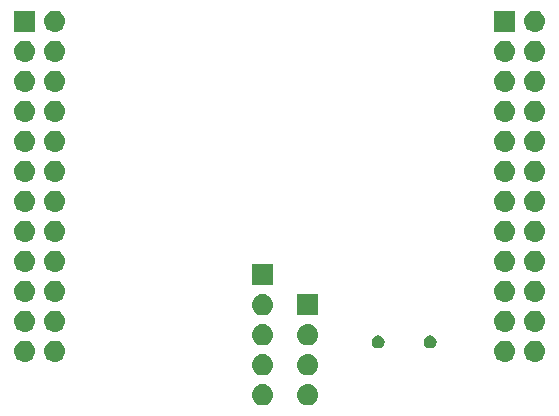
<source format=gbr>
G04 #@! TF.GenerationSoftware,KiCad,Pcbnew,(5.1.0)-1*
G04 #@! TF.CreationDate,2020-09-16T11:17:04+02:00*
G04 #@! TF.ProjectId,Nand Lite,4e616e64-204c-4697-9465-2e6b69636164,rev?*
G04 #@! TF.SameCoordinates,Original*
G04 #@! TF.FileFunction,Soldermask,Bot*
G04 #@! TF.FilePolarity,Negative*
%FSLAX46Y46*%
G04 Gerber Fmt 4.6, Leading zero omitted, Abs format (unit mm)*
G04 Created by KiCad (PCBNEW (5.1.0)-1) date 2020-09-16 11:17:04*
%MOMM*%
%LPD*%
G04 APERTURE LIST*
%ADD10C,0.100000*%
G04 APERTURE END LIST*
D10*
G36*
X43072042Y-80738618D02*
G01*
X43138227Y-80745137D01*
X43308066Y-80796657D01*
X43464591Y-80880322D01*
X43500329Y-80909652D01*
X43601786Y-80992914D01*
X43685048Y-81094371D01*
X43714378Y-81130109D01*
X43798043Y-81286634D01*
X43849563Y-81456473D01*
X43866959Y-81633100D01*
X43849563Y-81809727D01*
X43798043Y-81979566D01*
X43714378Y-82136091D01*
X43685048Y-82171829D01*
X43601786Y-82273286D01*
X43500329Y-82356548D01*
X43464591Y-82385878D01*
X43308066Y-82469543D01*
X43138227Y-82521063D01*
X43072042Y-82527582D01*
X43005860Y-82534100D01*
X42917340Y-82534100D01*
X42851158Y-82527582D01*
X42784973Y-82521063D01*
X42615134Y-82469543D01*
X42458609Y-82385878D01*
X42422871Y-82356548D01*
X42321414Y-82273286D01*
X42238152Y-82171829D01*
X42208822Y-82136091D01*
X42125157Y-81979566D01*
X42073637Y-81809727D01*
X42056241Y-81633100D01*
X42073637Y-81456473D01*
X42125157Y-81286634D01*
X42208822Y-81130109D01*
X42238152Y-81094371D01*
X42321414Y-80992914D01*
X42422871Y-80909652D01*
X42458609Y-80880322D01*
X42615134Y-80796657D01*
X42784973Y-80745137D01*
X42851158Y-80738618D01*
X42917340Y-80732100D01*
X43005860Y-80732100D01*
X43072042Y-80738618D01*
X43072042Y-80738618D01*
G37*
G36*
X39242540Y-80732100D02*
G01*
X39323127Y-80740037D01*
X39492966Y-80791557D01*
X39649491Y-80875222D01*
X39655705Y-80880322D01*
X39786686Y-80987814D01*
X39869948Y-81089271D01*
X39899278Y-81125009D01*
X39982943Y-81281534D01*
X40034463Y-81451373D01*
X40051859Y-81628000D01*
X40034463Y-81804627D01*
X39982943Y-81974466D01*
X39899278Y-82130991D01*
X39869948Y-82166729D01*
X39786686Y-82268186D01*
X39685229Y-82351448D01*
X39649491Y-82380778D01*
X39492966Y-82464443D01*
X39323127Y-82515963D01*
X39271345Y-82521063D01*
X39190760Y-82529000D01*
X39102240Y-82529000D01*
X39021655Y-82521063D01*
X38969873Y-82515963D01*
X38800034Y-82464443D01*
X38643509Y-82380778D01*
X38607771Y-82351448D01*
X38506314Y-82268186D01*
X38423052Y-82166729D01*
X38393722Y-82130991D01*
X38310057Y-81974466D01*
X38258537Y-81804627D01*
X38241141Y-81628000D01*
X38258537Y-81451373D01*
X38310057Y-81281534D01*
X38393722Y-81125009D01*
X38423052Y-81089271D01*
X38506314Y-80987814D01*
X38637295Y-80880322D01*
X38643509Y-80875222D01*
X38800034Y-80791557D01*
X38969873Y-80740037D01*
X39050460Y-80732100D01*
X39102240Y-80727000D01*
X39190760Y-80727000D01*
X39242540Y-80732100D01*
X39242540Y-80732100D01*
G37*
G36*
X43072042Y-78198618D02*
G01*
X43138227Y-78205137D01*
X43308066Y-78256657D01*
X43464591Y-78340322D01*
X43500329Y-78369652D01*
X43601786Y-78452914D01*
X43685048Y-78554371D01*
X43714378Y-78590109D01*
X43798043Y-78746634D01*
X43849563Y-78916473D01*
X43866959Y-79093100D01*
X43849563Y-79269727D01*
X43798043Y-79439566D01*
X43714378Y-79596091D01*
X43685048Y-79631829D01*
X43601786Y-79733286D01*
X43500329Y-79816548D01*
X43464591Y-79845878D01*
X43308066Y-79929543D01*
X43138227Y-79981063D01*
X43072043Y-79987581D01*
X43005860Y-79994100D01*
X42917340Y-79994100D01*
X42851157Y-79987581D01*
X42784973Y-79981063D01*
X42615134Y-79929543D01*
X42458609Y-79845878D01*
X42422871Y-79816548D01*
X42321414Y-79733286D01*
X42238152Y-79631829D01*
X42208822Y-79596091D01*
X42125157Y-79439566D01*
X42073637Y-79269727D01*
X42056241Y-79093100D01*
X42073637Y-78916473D01*
X42125157Y-78746634D01*
X42208822Y-78590109D01*
X42238152Y-78554371D01*
X42321414Y-78452914D01*
X42422871Y-78369652D01*
X42458609Y-78340322D01*
X42615134Y-78256657D01*
X42784973Y-78205137D01*
X42851158Y-78198618D01*
X42917340Y-78192100D01*
X43005860Y-78192100D01*
X43072042Y-78198618D01*
X43072042Y-78198618D01*
G37*
G36*
X39242540Y-78192100D02*
G01*
X39323127Y-78200037D01*
X39492966Y-78251557D01*
X39649491Y-78335222D01*
X39655705Y-78340322D01*
X39786686Y-78447814D01*
X39869948Y-78549271D01*
X39899278Y-78585009D01*
X39982943Y-78741534D01*
X40034463Y-78911373D01*
X40051859Y-79088000D01*
X40034463Y-79264627D01*
X39982943Y-79434466D01*
X39899278Y-79590991D01*
X39869948Y-79626729D01*
X39786686Y-79728186D01*
X39685229Y-79811448D01*
X39649491Y-79840778D01*
X39492966Y-79924443D01*
X39323127Y-79975963D01*
X39271345Y-79981063D01*
X39190760Y-79989000D01*
X39102240Y-79989000D01*
X39021655Y-79981063D01*
X38969873Y-79975963D01*
X38800034Y-79924443D01*
X38643509Y-79840778D01*
X38607771Y-79811448D01*
X38506314Y-79728186D01*
X38423052Y-79626729D01*
X38393722Y-79590991D01*
X38310057Y-79434466D01*
X38258537Y-79264627D01*
X38241141Y-79088000D01*
X38258537Y-78911373D01*
X38310057Y-78741534D01*
X38393722Y-78585009D01*
X38423052Y-78549271D01*
X38506314Y-78447814D01*
X38637295Y-78340322D01*
X38643509Y-78335222D01*
X38800034Y-78251557D01*
X38969873Y-78200037D01*
X39050460Y-78192100D01*
X39102240Y-78187000D01*
X39190760Y-78187000D01*
X39242540Y-78192100D01*
X39242540Y-78192100D01*
G37*
G36*
X59750442Y-77045518D02*
G01*
X59816627Y-77052037D01*
X59986466Y-77103557D01*
X60142991Y-77187222D01*
X60151335Y-77194070D01*
X60280186Y-77299814D01*
X60363058Y-77400795D01*
X60392778Y-77437009D01*
X60476443Y-77593534D01*
X60527963Y-77763373D01*
X60545359Y-77940000D01*
X60527963Y-78116627D01*
X60476443Y-78286466D01*
X60392778Y-78442991D01*
X60363448Y-78478729D01*
X60280186Y-78580186D01*
X60178729Y-78663448D01*
X60142991Y-78692778D01*
X59986466Y-78776443D01*
X59816627Y-78827963D01*
X59750443Y-78834481D01*
X59684260Y-78841000D01*
X59595740Y-78841000D01*
X59529557Y-78834481D01*
X59463373Y-78827963D01*
X59293534Y-78776443D01*
X59137009Y-78692778D01*
X59101271Y-78663448D01*
X58999814Y-78580186D01*
X58916552Y-78478729D01*
X58887222Y-78442991D01*
X58803557Y-78286466D01*
X58752037Y-78116627D01*
X58734641Y-77940000D01*
X58752037Y-77763373D01*
X58803557Y-77593534D01*
X58887222Y-77437009D01*
X58916942Y-77400795D01*
X58999814Y-77299814D01*
X59128665Y-77194070D01*
X59137009Y-77187222D01*
X59293534Y-77103557D01*
X59463373Y-77052037D01*
X59529558Y-77045518D01*
X59595740Y-77039000D01*
X59684260Y-77039000D01*
X59750442Y-77045518D01*
X59750442Y-77045518D01*
G37*
G36*
X21650442Y-77045518D02*
G01*
X21716627Y-77052037D01*
X21886466Y-77103557D01*
X22042991Y-77187222D01*
X22051335Y-77194070D01*
X22180186Y-77299814D01*
X22263058Y-77400795D01*
X22292778Y-77437009D01*
X22376443Y-77593534D01*
X22427963Y-77763373D01*
X22445359Y-77940000D01*
X22427963Y-78116627D01*
X22376443Y-78286466D01*
X22292778Y-78442991D01*
X22263448Y-78478729D01*
X22180186Y-78580186D01*
X22078729Y-78663448D01*
X22042991Y-78692778D01*
X21886466Y-78776443D01*
X21716627Y-78827963D01*
X21650443Y-78834481D01*
X21584260Y-78841000D01*
X21495740Y-78841000D01*
X21429557Y-78834481D01*
X21363373Y-78827963D01*
X21193534Y-78776443D01*
X21037009Y-78692778D01*
X21001271Y-78663448D01*
X20899814Y-78580186D01*
X20816552Y-78478729D01*
X20787222Y-78442991D01*
X20703557Y-78286466D01*
X20652037Y-78116627D01*
X20634641Y-77940000D01*
X20652037Y-77763373D01*
X20703557Y-77593534D01*
X20787222Y-77437009D01*
X20816942Y-77400795D01*
X20899814Y-77299814D01*
X21028665Y-77194070D01*
X21037009Y-77187222D01*
X21193534Y-77103557D01*
X21363373Y-77052037D01*
X21429558Y-77045518D01*
X21495740Y-77039000D01*
X21584260Y-77039000D01*
X21650442Y-77045518D01*
X21650442Y-77045518D01*
G37*
G36*
X19110442Y-77045518D02*
G01*
X19176627Y-77052037D01*
X19346466Y-77103557D01*
X19502991Y-77187222D01*
X19511335Y-77194070D01*
X19640186Y-77299814D01*
X19723058Y-77400795D01*
X19752778Y-77437009D01*
X19836443Y-77593534D01*
X19887963Y-77763373D01*
X19905359Y-77940000D01*
X19887963Y-78116627D01*
X19836443Y-78286466D01*
X19752778Y-78442991D01*
X19723448Y-78478729D01*
X19640186Y-78580186D01*
X19538729Y-78663448D01*
X19502991Y-78692778D01*
X19346466Y-78776443D01*
X19176627Y-78827963D01*
X19110443Y-78834481D01*
X19044260Y-78841000D01*
X18955740Y-78841000D01*
X18889557Y-78834481D01*
X18823373Y-78827963D01*
X18653534Y-78776443D01*
X18497009Y-78692778D01*
X18461271Y-78663448D01*
X18359814Y-78580186D01*
X18276552Y-78478729D01*
X18247222Y-78442991D01*
X18163557Y-78286466D01*
X18112037Y-78116627D01*
X18094641Y-77940000D01*
X18112037Y-77763373D01*
X18163557Y-77593534D01*
X18247222Y-77437009D01*
X18276942Y-77400795D01*
X18359814Y-77299814D01*
X18488665Y-77194070D01*
X18497009Y-77187222D01*
X18653534Y-77103557D01*
X18823373Y-77052037D01*
X18889558Y-77045518D01*
X18955740Y-77039000D01*
X19044260Y-77039000D01*
X19110442Y-77045518D01*
X19110442Y-77045518D01*
G37*
G36*
X62290442Y-77045518D02*
G01*
X62356627Y-77052037D01*
X62526466Y-77103557D01*
X62682991Y-77187222D01*
X62691335Y-77194070D01*
X62820186Y-77299814D01*
X62903058Y-77400795D01*
X62932778Y-77437009D01*
X63016443Y-77593534D01*
X63067963Y-77763373D01*
X63085359Y-77940000D01*
X63067963Y-78116627D01*
X63016443Y-78286466D01*
X62932778Y-78442991D01*
X62903448Y-78478729D01*
X62820186Y-78580186D01*
X62718729Y-78663448D01*
X62682991Y-78692778D01*
X62526466Y-78776443D01*
X62356627Y-78827963D01*
X62290443Y-78834481D01*
X62224260Y-78841000D01*
X62135740Y-78841000D01*
X62069557Y-78834481D01*
X62003373Y-78827963D01*
X61833534Y-78776443D01*
X61677009Y-78692778D01*
X61641271Y-78663448D01*
X61539814Y-78580186D01*
X61456552Y-78478729D01*
X61427222Y-78442991D01*
X61343557Y-78286466D01*
X61292037Y-78116627D01*
X61274641Y-77940000D01*
X61292037Y-77763373D01*
X61343557Y-77593534D01*
X61427222Y-77437009D01*
X61456942Y-77400795D01*
X61539814Y-77299814D01*
X61668665Y-77194070D01*
X61677009Y-77187222D01*
X61833534Y-77103557D01*
X62003373Y-77052037D01*
X62069558Y-77045518D01*
X62135740Y-77039000D01*
X62224260Y-77039000D01*
X62290442Y-77045518D01*
X62290442Y-77045518D01*
G37*
G36*
X49093421Y-76609974D02*
G01*
X49193695Y-76651509D01*
X49193696Y-76651510D01*
X49283942Y-76711810D01*
X49360690Y-76788558D01*
X49360691Y-76788560D01*
X49420991Y-76878805D01*
X49462526Y-76979079D01*
X49483700Y-77085530D01*
X49483700Y-77194070D01*
X49462526Y-77300521D01*
X49420991Y-77400795D01*
X49420990Y-77400796D01*
X49360690Y-77491042D01*
X49283942Y-77567790D01*
X49245416Y-77593532D01*
X49193695Y-77628091D01*
X49093421Y-77669626D01*
X48986970Y-77690800D01*
X48878430Y-77690800D01*
X48771979Y-77669626D01*
X48671705Y-77628091D01*
X48619984Y-77593532D01*
X48581458Y-77567790D01*
X48504710Y-77491042D01*
X48444410Y-77400796D01*
X48444409Y-77400795D01*
X48402874Y-77300521D01*
X48381700Y-77194070D01*
X48381700Y-77085530D01*
X48402874Y-76979079D01*
X48444409Y-76878805D01*
X48504709Y-76788560D01*
X48504710Y-76788558D01*
X48581458Y-76711810D01*
X48671704Y-76651510D01*
X48671705Y-76651509D01*
X48771979Y-76609974D01*
X48878430Y-76588800D01*
X48986970Y-76588800D01*
X49093421Y-76609974D01*
X49093421Y-76609974D01*
G37*
G36*
X53493421Y-76609974D02*
G01*
X53593695Y-76651509D01*
X53593696Y-76651510D01*
X53683942Y-76711810D01*
X53760690Y-76788558D01*
X53760691Y-76788560D01*
X53820991Y-76878805D01*
X53862526Y-76979079D01*
X53883700Y-77085530D01*
X53883700Y-77194070D01*
X53862526Y-77300521D01*
X53820991Y-77400795D01*
X53820990Y-77400796D01*
X53760690Y-77491042D01*
X53683942Y-77567790D01*
X53645416Y-77593532D01*
X53593695Y-77628091D01*
X53493421Y-77669626D01*
X53386970Y-77690800D01*
X53278430Y-77690800D01*
X53171979Y-77669626D01*
X53071705Y-77628091D01*
X53019984Y-77593532D01*
X52981458Y-77567790D01*
X52904710Y-77491042D01*
X52844410Y-77400796D01*
X52844409Y-77400795D01*
X52802874Y-77300521D01*
X52781700Y-77194070D01*
X52781700Y-77085530D01*
X52802874Y-76979079D01*
X52844409Y-76878805D01*
X52904709Y-76788560D01*
X52904710Y-76788558D01*
X52981458Y-76711810D01*
X53071704Y-76651510D01*
X53071705Y-76651509D01*
X53171979Y-76609974D01*
X53278430Y-76588800D01*
X53386970Y-76588800D01*
X53493421Y-76609974D01*
X53493421Y-76609974D01*
G37*
G36*
X43072043Y-75658619D02*
G01*
X43138227Y-75665137D01*
X43308066Y-75716657D01*
X43464591Y-75800322D01*
X43500329Y-75829652D01*
X43601786Y-75912914D01*
X43685048Y-76014371D01*
X43714378Y-76050109D01*
X43798043Y-76206634D01*
X43849563Y-76376473D01*
X43866959Y-76553100D01*
X43849563Y-76729727D01*
X43798043Y-76899566D01*
X43714378Y-77056091D01*
X43690218Y-77085530D01*
X43601786Y-77193286D01*
X43500329Y-77276548D01*
X43464591Y-77305878D01*
X43308066Y-77389543D01*
X43138227Y-77441063D01*
X43072042Y-77447582D01*
X43005860Y-77454100D01*
X42917340Y-77454100D01*
X42851158Y-77447582D01*
X42784973Y-77441063D01*
X42615134Y-77389543D01*
X42458609Y-77305878D01*
X42422871Y-77276548D01*
X42321414Y-77193286D01*
X42232982Y-77085530D01*
X42208822Y-77056091D01*
X42125157Y-76899566D01*
X42073637Y-76729727D01*
X42056241Y-76553100D01*
X42073637Y-76376473D01*
X42125157Y-76206634D01*
X42208822Y-76050109D01*
X42238152Y-76014371D01*
X42321414Y-75912914D01*
X42422871Y-75829652D01*
X42458609Y-75800322D01*
X42615134Y-75716657D01*
X42784973Y-75665137D01*
X42851157Y-75658619D01*
X42917340Y-75652100D01*
X43005860Y-75652100D01*
X43072043Y-75658619D01*
X43072043Y-75658619D01*
G37*
G36*
X39242540Y-75652100D02*
G01*
X39323127Y-75660037D01*
X39492966Y-75711557D01*
X39649491Y-75795222D01*
X39655705Y-75800322D01*
X39786686Y-75907814D01*
X39869948Y-76009271D01*
X39899278Y-76045009D01*
X39982943Y-76201534D01*
X40034463Y-76371373D01*
X40051859Y-76548000D01*
X40034463Y-76724627D01*
X39982943Y-76894466D01*
X39899278Y-77050991D01*
X39870932Y-77085530D01*
X39786686Y-77188186D01*
X39685229Y-77271448D01*
X39649491Y-77300778D01*
X39492966Y-77384443D01*
X39323127Y-77435963D01*
X39271345Y-77441063D01*
X39190760Y-77449000D01*
X39102240Y-77449000D01*
X39021655Y-77441063D01*
X38969873Y-77435963D01*
X38800034Y-77384443D01*
X38643509Y-77300778D01*
X38607771Y-77271448D01*
X38506314Y-77188186D01*
X38422068Y-77085530D01*
X38393722Y-77050991D01*
X38310057Y-76894466D01*
X38258537Y-76724627D01*
X38241141Y-76548000D01*
X38258537Y-76371373D01*
X38310057Y-76201534D01*
X38393722Y-76045009D01*
X38423052Y-76009271D01*
X38506314Y-75907814D01*
X38637295Y-75800322D01*
X38643509Y-75795222D01*
X38800034Y-75711557D01*
X38969873Y-75660037D01*
X39050460Y-75652100D01*
X39102240Y-75647000D01*
X39190760Y-75647000D01*
X39242540Y-75652100D01*
X39242540Y-75652100D01*
G37*
G36*
X59750443Y-74505519D02*
G01*
X59816627Y-74512037D01*
X59986466Y-74563557D01*
X60142991Y-74647222D01*
X60178729Y-74676552D01*
X60280186Y-74759814D01*
X60349637Y-74844442D01*
X60392778Y-74897009D01*
X60476443Y-75053534D01*
X60527963Y-75223373D01*
X60545359Y-75400000D01*
X60527963Y-75576627D01*
X60476443Y-75746466D01*
X60392778Y-75902991D01*
X60363448Y-75938729D01*
X60280186Y-76040186D01*
X60178729Y-76123448D01*
X60142991Y-76152778D01*
X59986466Y-76236443D01*
X59816627Y-76287963D01*
X59750442Y-76294482D01*
X59684260Y-76301000D01*
X59595740Y-76301000D01*
X59529558Y-76294482D01*
X59463373Y-76287963D01*
X59293534Y-76236443D01*
X59137009Y-76152778D01*
X59101271Y-76123448D01*
X58999814Y-76040186D01*
X58916552Y-75938729D01*
X58887222Y-75902991D01*
X58803557Y-75746466D01*
X58752037Y-75576627D01*
X58734641Y-75400000D01*
X58752037Y-75223373D01*
X58803557Y-75053534D01*
X58887222Y-74897009D01*
X58930363Y-74844442D01*
X58999814Y-74759814D01*
X59101271Y-74676552D01*
X59137009Y-74647222D01*
X59293534Y-74563557D01*
X59463373Y-74512037D01*
X59529557Y-74505519D01*
X59595740Y-74499000D01*
X59684260Y-74499000D01*
X59750443Y-74505519D01*
X59750443Y-74505519D01*
G37*
G36*
X21650443Y-74505519D02*
G01*
X21716627Y-74512037D01*
X21886466Y-74563557D01*
X22042991Y-74647222D01*
X22078729Y-74676552D01*
X22180186Y-74759814D01*
X22249637Y-74844442D01*
X22292778Y-74897009D01*
X22376443Y-75053534D01*
X22427963Y-75223373D01*
X22445359Y-75400000D01*
X22427963Y-75576627D01*
X22376443Y-75746466D01*
X22292778Y-75902991D01*
X22263448Y-75938729D01*
X22180186Y-76040186D01*
X22078729Y-76123448D01*
X22042991Y-76152778D01*
X21886466Y-76236443D01*
X21716627Y-76287963D01*
X21650442Y-76294482D01*
X21584260Y-76301000D01*
X21495740Y-76301000D01*
X21429558Y-76294482D01*
X21363373Y-76287963D01*
X21193534Y-76236443D01*
X21037009Y-76152778D01*
X21001271Y-76123448D01*
X20899814Y-76040186D01*
X20816552Y-75938729D01*
X20787222Y-75902991D01*
X20703557Y-75746466D01*
X20652037Y-75576627D01*
X20634641Y-75400000D01*
X20652037Y-75223373D01*
X20703557Y-75053534D01*
X20787222Y-74897009D01*
X20830363Y-74844442D01*
X20899814Y-74759814D01*
X21001271Y-74676552D01*
X21037009Y-74647222D01*
X21193534Y-74563557D01*
X21363373Y-74512037D01*
X21429557Y-74505519D01*
X21495740Y-74499000D01*
X21584260Y-74499000D01*
X21650443Y-74505519D01*
X21650443Y-74505519D01*
G37*
G36*
X19110443Y-74505519D02*
G01*
X19176627Y-74512037D01*
X19346466Y-74563557D01*
X19502991Y-74647222D01*
X19538729Y-74676552D01*
X19640186Y-74759814D01*
X19709637Y-74844442D01*
X19752778Y-74897009D01*
X19836443Y-75053534D01*
X19887963Y-75223373D01*
X19905359Y-75400000D01*
X19887963Y-75576627D01*
X19836443Y-75746466D01*
X19752778Y-75902991D01*
X19723448Y-75938729D01*
X19640186Y-76040186D01*
X19538729Y-76123448D01*
X19502991Y-76152778D01*
X19346466Y-76236443D01*
X19176627Y-76287963D01*
X19110442Y-76294482D01*
X19044260Y-76301000D01*
X18955740Y-76301000D01*
X18889558Y-76294482D01*
X18823373Y-76287963D01*
X18653534Y-76236443D01*
X18497009Y-76152778D01*
X18461271Y-76123448D01*
X18359814Y-76040186D01*
X18276552Y-75938729D01*
X18247222Y-75902991D01*
X18163557Y-75746466D01*
X18112037Y-75576627D01*
X18094641Y-75400000D01*
X18112037Y-75223373D01*
X18163557Y-75053534D01*
X18247222Y-74897009D01*
X18290363Y-74844442D01*
X18359814Y-74759814D01*
X18461271Y-74676552D01*
X18497009Y-74647222D01*
X18653534Y-74563557D01*
X18823373Y-74512037D01*
X18889557Y-74505519D01*
X18955740Y-74499000D01*
X19044260Y-74499000D01*
X19110443Y-74505519D01*
X19110443Y-74505519D01*
G37*
G36*
X62290443Y-74505519D02*
G01*
X62356627Y-74512037D01*
X62526466Y-74563557D01*
X62682991Y-74647222D01*
X62718729Y-74676552D01*
X62820186Y-74759814D01*
X62889637Y-74844442D01*
X62932778Y-74897009D01*
X63016443Y-75053534D01*
X63067963Y-75223373D01*
X63085359Y-75400000D01*
X63067963Y-75576627D01*
X63016443Y-75746466D01*
X62932778Y-75902991D01*
X62903448Y-75938729D01*
X62820186Y-76040186D01*
X62718729Y-76123448D01*
X62682991Y-76152778D01*
X62526466Y-76236443D01*
X62356627Y-76287963D01*
X62290442Y-76294482D01*
X62224260Y-76301000D01*
X62135740Y-76301000D01*
X62069558Y-76294482D01*
X62003373Y-76287963D01*
X61833534Y-76236443D01*
X61677009Y-76152778D01*
X61641271Y-76123448D01*
X61539814Y-76040186D01*
X61456552Y-75938729D01*
X61427222Y-75902991D01*
X61343557Y-75746466D01*
X61292037Y-75576627D01*
X61274641Y-75400000D01*
X61292037Y-75223373D01*
X61343557Y-75053534D01*
X61427222Y-74897009D01*
X61470363Y-74844442D01*
X61539814Y-74759814D01*
X61641271Y-74676552D01*
X61677009Y-74647222D01*
X61833534Y-74563557D01*
X62003373Y-74512037D01*
X62069557Y-74505519D01*
X62135740Y-74499000D01*
X62224260Y-74499000D01*
X62290443Y-74505519D01*
X62290443Y-74505519D01*
G37*
G36*
X43862600Y-74914100D02*
G01*
X42060600Y-74914100D01*
X42060600Y-73112100D01*
X43862600Y-73112100D01*
X43862600Y-74914100D01*
X43862600Y-74914100D01*
G37*
G36*
X39242540Y-73112100D02*
G01*
X39323127Y-73120037D01*
X39492966Y-73171557D01*
X39649491Y-73255222D01*
X39685229Y-73284552D01*
X39786686Y-73367814D01*
X39869948Y-73469271D01*
X39899278Y-73505009D01*
X39982943Y-73661534D01*
X40034463Y-73831373D01*
X40051859Y-74008000D01*
X40034463Y-74184627D01*
X39982943Y-74354466D01*
X39899278Y-74510991D01*
X39869948Y-74546729D01*
X39786686Y-74648186D01*
X39685229Y-74731448D01*
X39649491Y-74760778D01*
X39492966Y-74844443D01*
X39323127Y-74895963D01*
X39256943Y-74902481D01*
X39190760Y-74909000D01*
X39102240Y-74909000D01*
X39036057Y-74902481D01*
X38969873Y-74895963D01*
X38800034Y-74844443D01*
X38643509Y-74760778D01*
X38607771Y-74731448D01*
X38506314Y-74648186D01*
X38423052Y-74546729D01*
X38393722Y-74510991D01*
X38310057Y-74354466D01*
X38258537Y-74184627D01*
X38241141Y-74008000D01*
X38258537Y-73831373D01*
X38310057Y-73661534D01*
X38393722Y-73505009D01*
X38423052Y-73469271D01*
X38506314Y-73367814D01*
X38607771Y-73284552D01*
X38643509Y-73255222D01*
X38800034Y-73171557D01*
X38969873Y-73120037D01*
X39050460Y-73112100D01*
X39102240Y-73107000D01*
X39190760Y-73107000D01*
X39242540Y-73112100D01*
X39242540Y-73112100D01*
G37*
G36*
X62290443Y-71965519D02*
G01*
X62356627Y-71972037D01*
X62526466Y-72023557D01*
X62682991Y-72107222D01*
X62718729Y-72136552D01*
X62820186Y-72219814D01*
X62903448Y-72321271D01*
X62932778Y-72357009D01*
X63016443Y-72513534D01*
X63067963Y-72683373D01*
X63085359Y-72860000D01*
X63067963Y-73036627D01*
X63016443Y-73206466D01*
X62932778Y-73362991D01*
X62903448Y-73398729D01*
X62820186Y-73500186D01*
X62718729Y-73583448D01*
X62682991Y-73612778D01*
X62526466Y-73696443D01*
X62356627Y-73747963D01*
X62290442Y-73754482D01*
X62224260Y-73761000D01*
X62135740Y-73761000D01*
X62069558Y-73754482D01*
X62003373Y-73747963D01*
X61833534Y-73696443D01*
X61677009Y-73612778D01*
X61641271Y-73583448D01*
X61539814Y-73500186D01*
X61456552Y-73398729D01*
X61427222Y-73362991D01*
X61343557Y-73206466D01*
X61292037Y-73036627D01*
X61274641Y-72860000D01*
X61292037Y-72683373D01*
X61343557Y-72513534D01*
X61427222Y-72357009D01*
X61456552Y-72321271D01*
X61539814Y-72219814D01*
X61641271Y-72136552D01*
X61677009Y-72107222D01*
X61833534Y-72023557D01*
X62003373Y-71972037D01*
X62069557Y-71965519D01*
X62135740Y-71959000D01*
X62224260Y-71959000D01*
X62290443Y-71965519D01*
X62290443Y-71965519D01*
G37*
G36*
X59750443Y-71965519D02*
G01*
X59816627Y-71972037D01*
X59986466Y-72023557D01*
X60142991Y-72107222D01*
X60178729Y-72136552D01*
X60280186Y-72219814D01*
X60363448Y-72321271D01*
X60392778Y-72357009D01*
X60476443Y-72513534D01*
X60527963Y-72683373D01*
X60545359Y-72860000D01*
X60527963Y-73036627D01*
X60476443Y-73206466D01*
X60392778Y-73362991D01*
X60363448Y-73398729D01*
X60280186Y-73500186D01*
X60178729Y-73583448D01*
X60142991Y-73612778D01*
X59986466Y-73696443D01*
X59816627Y-73747963D01*
X59750442Y-73754482D01*
X59684260Y-73761000D01*
X59595740Y-73761000D01*
X59529558Y-73754482D01*
X59463373Y-73747963D01*
X59293534Y-73696443D01*
X59137009Y-73612778D01*
X59101271Y-73583448D01*
X58999814Y-73500186D01*
X58916552Y-73398729D01*
X58887222Y-73362991D01*
X58803557Y-73206466D01*
X58752037Y-73036627D01*
X58734641Y-72860000D01*
X58752037Y-72683373D01*
X58803557Y-72513534D01*
X58887222Y-72357009D01*
X58916552Y-72321271D01*
X58999814Y-72219814D01*
X59101271Y-72136552D01*
X59137009Y-72107222D01*
X59293534Y-72023557D01*
X59463373Y-71972037D01*
X59529557Y-71965519D01*
X59595740Y-71959000D01*
X59684260Y-71959000D01*
X59750443Y-71965519D01*
X59750443Y-71965519D01*
G37*
G36*
X21650443Y-71965519D02*
G01*
X21716627Y-71972037D01*
X21886466Y-72023557D01*
X22042991Y-72107222D01*
X22078729Y-72136552D01*
X22180186Y-72219814D01*
X22263448Y-72321271D01*
X22292778Y-72357009D01*
X22376443Y-72513534D01*
X22427963Y-72683373D01*
X22445359Y-72860000D01*
X22427963Y-73036627D01*
X22376443Y-73206466D01*
X22292778Y-73362991D01*
X22263448Y-73398729D01*
X22180186Y-73500186D01*
X22078729Y-73583448D01*
X22042991Y-73612778D01*
X21886466Y-73696443D01*
X21716627Y-73747963D01*
X21650442Y-73754482D01*
X21584260Y-73761000D01*
X21495740Y-73761000D01*
X21429558Y-73754482D01*
X21363373Y-73747963D01*
X21193534Y-73696443D01*
X21037009Y-73612778D01*
X21001271Y-73583448D01*
X20899814Y-73500186D01*
X20816552Y-73398729D01*
X20787222Y-73362991D01*
X20703557Y-73206466D01*
X20652037Y-73036627D01*
X20634641Y-72860000D01*
X20652037Y-72683373D01*
X20703557Y-72513534D01*
X20787222Y-72357009D01*
X20816552Y-72321271D01*
X20899814Y-72219814D01*
X21001271Y-72136552D01*
X21037009Y-72107222D01*
X21193534Y-72023557D01*
X21363373Y-71972037D01*
X21429557Y-71965519D01*
X21495740Y-71959000D01*
X21584260Y-71959000D01*
X21650443Y-71965519D01*
X21650443Y-71965519D01*
G37*
G36*
X19110443Y-71965519D02*
G01*
X19176627Y-71972037D01*
X19346466Y-72023557D01*
X19502991Y-72107222D01*
X19538729Y-72136552D01*
X19640186Y-72219814D01*
X19723448Y-72321271D01*
X19752778Y-72357009D01*
X19836443Y-72513534D01*
X19887963Y-72683373D01*
X19905359Y-72860000D01*
X19887963Y-73036627D01*
X19836443Y-73206466D01*
X19752778Y-73362991D01*
X19723448Y-73398729D01*
X19640186Y-73500186D01*
X19538729Y-73583448D01*
X19502991Y-73612778D01*
X19346466Y-73696443D01*
X19176627Y-73747963D01*
X19110442Y-73754482D01*
X19044260Y-73761000D01*
X18955740Y-73761000D01*
X18889558Y-73754482D01*
X18823373Y-73747963D01*
X18653534Y-73696443D01*
X18497009Y-73612778D01*
X18461271Y-73583448D01*
X18359814Y-73500186D01*
X18276552Y-73398729D01*
X18247222Y-73362991D01*
X18163557Y-73206466D01*
X18112037Y-73036627D01*
X18094641Y-72860000D01*
X18112037Y-72683373D01*
X18163557Y-72513534D01*
X18247222Y-72357009D01*
X18276552Y-72321271D01*
X18359814Y-72219814D01*
X18461271Y-72136552D01*
X18497009Y-72107222D01*
X18653534Y-72023557D01*
X18823373Y-71972037D01*
X18889557Y-71965519D01*
X18955740Y-71959000D01*
X19044260Y-71959000D01*
X19110443Y-71965519D01*
X19110443Y-71965519D01*
G37*
G36*
X40047500Y-72369000D02*
G01*
X38245500Y-72369000D01*
X38245500Y-70567000D01*
X40047500Y-70567000D01*
X40047500Y-72369000D01*
X40047500Y-72369000D01*
G37*
G36*
X59750442Y-69425518D02*
G01*
X59816627Y-69432037D01*
X59986466Y-69483557D01*
X60142991Y-69567222D01*
X60178729Y-69596552D01*
X60280186Y-69679814D01*
X60363448Y-69781271D01*
X60392778Y-69817009D01*
X60476443Y-69973534D01*
X60527963Y-70143373D01*
X60545359Y-70320000D01*
X60527963Y-70496627D01*
X60476443Y-70666466D01*
X60392778Y-70822991D01*
X60363448Y-70858729D01*
X60280186Y-70960186D01*
X60178729Y-71043448D01*
X60142991Y-71072778D01*
X59986466Y-71156443D01*
X59816627Y-71207963D01*
X59750443Y-71214481D01*
X59684260Y-71221000D01*
X59595740Y-71221000D01*
X59529557Y-71214481D01*
X59463373Y-71207963D01*
X59293534Y-71156443D01*
X59137009Y-71072778D01*
X59101271Y-71043448D01*
X58999814Y-70960186D01*
X58916552Y-70858729D01*
X58887222Y-70822991D01*
X58803557Y-70666466D01*
X58752037Y-70496627D01*
X58734641Y-70320000D01*
X58752037Y-70143373D01*
X58803557Y-69973534D01*
X58887222Y-69817009D01*
X58916552Y-69781271D01*
X58999814Y-69679814D01*
X59101271Y-69596552D01*
X59137009Y-69567222D01*
X59293534Y-69483557D01*
X59463373Y-69432037D01*
X59529558Y-69425518D01*
X59595740Y-69419000D01*
X59684260Y-69419000D01*
X59750442Y-69425518D01*
X59750442Y-69425518D01*
G37*
G36*
X62290442Y-69425518D02*
G01*
X62356627Y-69432037D01*
X62526466Y-69483557D01*
X62682991Y-69567222D01*
X62718729Y-69596552D01*
X62820186Y-69679814D01*
X62903448Y-69781271D01*
X62932778Y-69817009D01*
X63016443Y-69973534D01*
X63067963Y-70143373D01*
X63085359Y-70320000D01*
X63067963Y-70496627D01*
X63016443Y-70666466D01*
X62932778Y-70822991D01*
X62903448Y-70858729D01*
X62820186Y-70960186D01*
X62718729Y-71043448D01*
X62682991Y-71072778D01*
X62526466Y-71156443D01*
X62356627Y-71207963D01*
X62290443Y-71214481D01*
X62224260Y-71221000D01*
X62135740Y-71221000D01*
X62069557Y-71214481D01*
X62003373Y-71207963D01*
X61833534Y-71156443D01*
X61677009Y-71072778D01*
X61641271Y-71043448D01*
X61539814Y-70960186D01*
X61456552Y-70858729D01*
X61427222Y-70822991D01*
X61343557Y-70666466D01*
X61292037Y-70496627D01*
X61274641Y-70320000D01*
X61292037Y-70143373D01*
X61343557Y-69973534D01*
X61427222Y-69817009D01*
X61456552Y-69781271D01*
X61539814Y-69679814D01*
X61641271Y-69596552D01*
X61677009Y-69567222D01*
X61833534Y-69483557D01*
X62003373Y-69432037D01*
X62069558Y-69425518D01*
X62135740Y-69419000D01*
X62224260Y-69419000D01*
X62290442Y-69425518D01*
X62290442Y-69425518D01*
G37*
G36*
X19110442Y-69425518D02*
G01*
X19176627Y-69432037D01*
X19346466Y-69483557D01*
X19502991Y-69567222D01*
X19538729Y-69596552D01*
X19640186Y-69679814D01*
X19723448Y-69781271D01*
X19752778Y-69817009D01*
X19836443Y-69973534D01*
X19887963Y-70143373D01*
X19905359Y-70320000D01*
X19887963Y-70496627D01*
X19836443Y-70666466D01*
X19752778Y-70822991D01*
X19723448Y-70858729D01*
X19640186Y-70960186D01*
X19538729Y-71043448D01*
X19502991Y-71072778D01*
X19346466Y-71156443D01*
X19176627Y-71207963D01*
X19110443Y-71214481D01*
X19044260Y-71221000D01*
X18955740Y-71221000D01*
X18889557Y-71214481D01*
X18823373Y-71207963D01*
X18653534Y-71156443D01*
X18497009Y-71072778D01*
X18461271Y-71043448D01*
X18359814Y-70960186D01*
X18276552Y-70858729D01*
X18247222Y-70822991D01*
X18163557Y-70666466D01*
X18112037Y-70496627D01*
X18094641Y-70320000D01*
X18112037Y-70143373D01*
X18163557Y-69973534D01*
X18247222Y-69817009D01*
X18276552Y-69781271D01*
X18359814Y-69679814D01*
X18461271Y-69596552D01*
X18497009Y-69567222D01*
X18653534Y-69483557D01*
X18823373Y-69432037D01*
X18889558Y-69425518D01*
X18955740Y-69419000D01*
X19044260Y-69419000D01*
X19110442Y-69425518D01*
X19110442Y-69425518D01*
G37*
G36*
X21650442Y-69425518D02*
G01*
X21716627Y-69432037D01*
X21886466Y-69483557D01*
X22042991Y-69567222D01*
X22078729Y-69596552D01*
X22180186Y-69679814D01*
X22263448Y-69781271D01*
X22292778Y-69817009D01*
X22376443Y-69973534D01*
X22427963Y-70143373D01*
X22445359Y-70320000D01*
X22427963Y-70496627D01*
X22376443Y-70666466D01*
X22292778Y-70822991D01*
X22263448Y-70858729D01*
X22180186Y-70960186D01*
X22078729Y-71043448D01*
X22042991Y-71072778D01*
X21886466Y-71156443D01*
X21716627Y-71207963D01*
X21650443Y-71214481D01*
X21584260Y-71221000D01*
X21495740Y-71221000D01*
X21429557Y-71214481D01*
X21363373Y-71207963D01*
X21193534Y-71156443D01*
X21037009Y-71072778D01*
X21001271Y-71043448D01*
X20899814Y-70960186D01*
X20816552Y-70858729D01*
X20787222Y-70822991D01*
X20703557Y-70666466D01*
X20652037Y-70496627D01*
X20634641Y-70320000D01*
X20652037Y-70143373D01*
X20703557Y-69973534D01*
X20787222Y-69817009D01*
X20816552Y-69781271D01*
X20899814Y-69679814D01*
X21001271Y-69596552D01*
X21037009Y-69567222D01*
X21193534Y-69483557D01*
X21363373Y-69432037D01*
X21429558Y-69425518D01*
X21495740Y-69419000D01*
X21584260Y-69419000D01*
X21650442Y-69425518D01*
X21650442Y-69425518D01*
G37*
G36*
X21650443Y-66885519D02*
G01*
X21716627Y-66892037D01*
X21886466Y-66943557D01*
X22042991Y-67027222D01*
X22078729Y-67056552D01*
X22180186Y-67139814D01*
X22263448Y-67241271D01*
X22292778Y-67277009D01*
X22376443Y-67433534D01*
X22427963Y-67603373D01*
X22445359Y-67780000D01*
X22427963Y-67956627D01*
X22376443Y-68126466D01*
X22292778Y-68282991D01*
X22263448Y-68318729D01*
X22180186Y-68420186D01*
X22078729Y-68503448D01*
X22042991Y-68532778D01*
X21886466Y-68616443D01*
X21716627Y-68667963D01*
X21650443Y-68674481D01*
X21584260Y-68681000D01*
X21495740Y-68681000D01*
X21429557Y-68674481D01*
X21363373Y-68667963D01*
X21193534Y-68616443D01*
X21037009Y-68532778D01*
X21001271Y-68503448D01*
X20899814Y-68420186D01*
X20816552Y-68318729D01*
X20787222Y-68282991D01*
X20703557Y-68126466D01*
X20652037Y-67956627D01*
X20634641Y-67780000D01*
X20652037Y-67603373D01*
X20703557Y-67433534D01*
X20787222Y-67277009D01*
X20816552Y-67241271D01*
X20899814Y-67139814D01*
X21001271Y-67056552D01*
X21037009Y-67027222D01*
X21193534Y-66943557D01*
X21363373Y-66892037D01*
X21429557Y-66885519D01*
X21495740Y-66879000D01*
X21584260Y-66879000D01*
X21650443Y-66885519D01*
X21650443Y-66885519D01*
G37*
G36*
X19110443Y-66885519D02*
G01*
X19176627Y-66892037D01*
X19346466Y-66943557D01*
X19502991Y-67027222D01*
X19538729Y-67056552D01*
X19640186Y-67139814D01*
X19723448Y-67241271D01*
X19752778Y-67277009D01*
X19836443Y-67433534D01*
X19887963Y-67603373D01*
X19905359Y-67780000D01*
X19887963Y-67956627D01*
X19836443Y-68126466D01*
X19752778Y-68282991D01*
X19723448Y-68318729D01*
X19640186Y-68420186D01*
X19538729Y-68503448D01*
X19502991Y-68532778D01*
X19346466Y-68616443D01*
X19176627Y-68667963D01*
X19110443Y-68674481D01*
X19044260Y-68681000D01*
X18955740Y-68681000D01*
X18889557Y-68674481D01*
X18823373Y-68667963D01*
X18653534Y-68616443D01*
X18497009Y-68532778D01*
X18461271Y-68503448D01*
X18359814Y-68420186D01*
X18276552Y-68318729D01*
X18247222Y-68282991D01*
X18163557Y-68126466D01*
X18112037Y-67956627D01*
X18094641Y-67780000D01*
X18112037Y-67603373D01*
X18163557Y-67433534D01*
X18247222Y-67277009D01*
X18276552Y-67241271D01*
X18359814Y-67139814D01*
X18461271Y-67056552D01*
X18497009Y-67027222D01*
X18653534Y-66943557D01*
X18823373Y-66892037D01*
X18889557Y-66885519D01*
X18955740Y-66879000D01*
X19044260Y-66879000D01*
X19110443Y-66885519D01*
X19110443Y-66885519D01*
G37*
G36*
X59750443Y-66885519D02*
G01*
X59816627Y-66892037D01*
X59986466Y-66943557D01*
X60142991Y-67027222D01*
X60178729Y-67056552D01*
X60280186Y-67139814D01*
X60363448Y-67241271D01*
X60392778Y-67277009D01*
X60476443Y-67433534D01*
X60527963Y-67603373D01*
X60545359Y-67780000D01*
X60527963Y-67956627D01*
X60476443Y-68126466D01*
X60392778Y-68282991D01*
X60363448Y-68318729D01*
X60280186Y-68420186D01*
X60178729Y-68503448D01*
X60142991Y-68532778D01*
X59986466Y-68616443D01*
X59816627Y-68667963D01*
X59750443Y-68674481D01*
X59684260Y-68681000D01*
X59595740Y-68681000D01*
X59529557Y-68674481D01*
X59463373Y-68667963D01*
X59293534Y-68616443D01*
X59137009Y-68532778D01*
X59101271Y-68503448D01*
X58999814Y-68420186D01*
X58916552Y-68318729D01*
X58887222Y-68282991D01*
X58803557Y-68126466D01*
X58752037Y-67956627D01*
X58734641Y-67780000D01*
X58752037Y-67603373D01*
X58803557Y-67433534D01*
X58887222Y-67277009D01*
X58916552Y-67241271D01*
X58999814Y-67139814D01*
X59101271Y-67056552D01*
X59137009Y-67027222D01*
X59293534Y-66943557D01*
X59463373Y-66892037D01*
X59529557Y-66885519D01*
X59595740Y-66879000D01*
X59684260Y-66879000D01*
X59750443Y-66885519D01*
X59750443Y-66885519D01*
G37*
G36*
X62290443Y-66885519D02*
G01*
X62356627Y-66892037D01*
X62526466Y-66943557D01*
X62682991Y-67027222D01*
X62718729Y-67056552D01*
X62820186Y-67139814D01*
X62903448Y-67241271D01*
X62932778Y-67277009D01*
X63016443Y-67433534D01*
X63067963Y-67603373D01*
X63085359Y-67780000D01*
X63067963Y-67956627D01*
X63016443Y-68126466D01*
X62932778Y-68282991D01*
X62903448Y-68318729D01*
X62820186Y-68420186D01*
X62718729Y-68503448D01*
X62682991Y-68532778D01*
X62526466Y-68616443D01*
X62356627Y-68667963D01*
X62290443Y-68674481D01*
X62224260Y-68681000D01*
X62135740Y-68681000D01*
X62069557Y-68674481D01*
X62003373Y-68667963D01*
X61833534Y-68616443D01*
X61677009Y-68532778D01*
X61641271Y-68503448D01*
X61539814Y-68420186D01*
X61456552Y-68318729D01*
X61427222Y-68282991D01*
X61343557Y-68126466D01*
X61292037Y-67956627D01*
X61274641Y-67780000D01*
X61292037Y-67603373D01*
X61343557Y-67433534D01*
X61427222Y-67277009D01*
X61456552Y-67241271D01*
X61539814Y-67139814D01*
X61641271Y-67056552D01*
X61677009Y-67027222D01*
X61833534Y-66943557D01*
X62003373Y-66892037D01*
X62069557Y-66885519D01*
X62135740Y-66879000D01*
X62224260Y-66879000D01*
X62290443Y-66885519D01*
X62290443Y-66885519D01*
G37*
G36*
X59750443Y-64345519D02*
G01*
X59816627Y-64352037D01*
X59986466Y-64403557D01*
X60142991Y-64487222D01*
X60178729Y-64516552D01*
X60280186Y-64599814D01*
X60363448Y-64701271D01*
X60392778Y-64737009D01*
X60476443Y-64893534D01*
X60527963Y-65063373D01*
X60545359Y-65240000D01*
X60527963Y-65416627D01*
X60476443Y-65586466D01*
X60392778Y-65742991D01*
X60363448Y-65778729D01*
X60280186Y-65880186D01*
X60178729Y-65963448D01*
X60142991Y-65992778D01*
X59986466Y-66076443D01*
X59816627Y-66127963D01*
X59750442Y-66134482D01*
X59684260Y-66141000D01*
X59595740Y-66141000D01*
X59529558Y-66134482D01*
X59463373Y-66127963D01*
X59293534Y-66076443D01*
X59137009Y-65992778D01*
X59101271Y-65963448D01*
X58999814Y-65880186D01*
X58916552Y-65778729D01*
X58887222Y-65742991D01*
X58803557Y-65586466D01*
X58752037Y-65416627D01*
X58734641Y-65240000D01*
X58752037Y-65063373D01*
X58803557Y-64893534D01*
X58887222Y-64737009D01*
X58916552Y-64701271D01*
X58999814Y-64599814D01*
X59101271Y-64516552D01*
X59137009Y-64487222D01*
X59293534Y-64403557D01*
X59463373Y-64352037D01*
X59529557Y-64345519D01*
X59595740Y-64339000D01*
X59684260Y-64339000D01*
X59750443Y-64345519D01*
X59750443Y-64345519D01*
G37*
G36*
X19110443Y-64345519D02*
G01*
X19176627Y-64352037D01*
X19346466Y-64403557D01*
X19502991Y-64487222D01*
X19538729Y-64516552D01*
X19640186Y-64599814D01*
X19723448Y-64701271D01*
X19752778Y-64737009D01*
X19836443Y-64893534D01*
X19887963Y-65063373D01*
X19905359Y-65240000D01*
X19887963Y-65416627D01*
X19836443Y-65586466D01*
X19752778Y-65742991D01*
X19723448Y-65778729D01*
X19640186Y-65880186D01*
X19538729Y-65963448D01*
X19502991Y-65992778D01*
X19346466Y-66076443D01*
X19176627Y-66127963D01*
X19110442Y-66134482D01*
X19044260Y-66141000D01*
X18955740Y-66141000D01*
X18889558Y-66134482D01*
X18823373Y-66127963D01*
X18653534Y-66076443D01*
X18497009Y-65992778D01*
X18461271Y-65963448D01*
X18359814Y-65880186D01*
X18276552Y-65778729D01*
X18247222Y-65742991D01*
X18163557Y-65586466D01*
X18112037Y-65416627D01*
X18094641Y-65240000D01*
X18112037Y-65063373D01*
X18163557Y-64893534D01*
X18247222Y-64737009D01*
X18276552Y-64701271D01*
X18359814Y-64599814D01*
X18461271Y-64516552D01*
X18497009Y-64487222D01*
X18653534Y-64403557D01*
X18823373Y-64352037D01*
X18889557Y-64345519D01*
X18955740Y-64339000D01*
X19044260Y-64339000D01*
X19110443Y-64345519D01*
X19110443Y-64345519D01*
G37*
G36*
X21650443Y-64345519D02*
G01*
X21716627Y-64352037D01*
X21886466Y-64403557D01*
X22042991Y-64487222D01*
X22078729Y-64516552D01*
X22180186Y-64599814D01*
X22263448Y-64701271D01*
X22292778Y-64737009D01*
X22376443Y-64893534D01*
X22427963Y-65063373D01*
X22445359Y-65240000D01*
X22427963Y-65416627D01*
X22376443Y-65586466D01*
X22292778Y-65742991D01*
X22263448Y-65778729D01*
X22180186Y-65880186D01*
X22078729Y-65963448D01*
X22042991Y-65992778D01*
X21886466Y-66076443D01*
X21716627Y-66127963D01*
X21650442Y-66134482D01*
X21584260Y-66141000D01*
X21495740Y-66141000D01*
X21429558Y-66134482D01*
X21363373Y-66127963D01*
X21193534Y-66076443D01*
X21037009Y-65992778D01*
X21001271Y-65963448D01*
X20899814Y-65880186D01*
X20816552Y-65778729D01*
X20787222Y-65742991D01*
X20703557Y-65586466D01*
X20652037Y-65416627D01*
X20634641Y-65240000D01*
X20652037Y-65063373D01*
X20703557Y-64893534D01*
X20787222Y-64737009D01*
X20816552Y-64701271D01*
X20899814Y-64599814D01*
X21001271Y-64516552D01*
X21037009Y-64487222D01*
X21193534Y-64403557D01*
X21363373Y-64352037D01*
X21429557Y-64345519D01*
X21495740Y-64339000D01*
X21584260Y-64339000D01*
X21650443Y-64345519D01*
X21650443Y-64345519D01*
G37*
G36*
X62290443Y-64345519D02*
G01*
X62356627Y-64352037D01*
X62526466Y-64403557D01*
X62682991Y-64487222D01*
X62718729Y-64516552D01*
X62820186Y-64599814D01*
X62903448Y-64701271D01*
X62932778Y-64737009D01*
X63016443Y-64893534D01*
X63067963Y-65063373D01*
X63085359Y-65240000D01*
X63067963Y-65416627D01*
X63016443Y-65586466D01*
X62932778Y-65742991D01*
X62903448Y-65778729D01*
X62820186Y-65880186D01*
X62718729Y-65963448D01*
X62682991Y-65992778D01*
X62526466Y-66076443D01*
X62356627Y-66127963D01*
X62290442Y-66134482D01*
X62224260Y-66141000D01*
X62135740Y-66141000D01*
X62069558Y-66134482D01*
X62003373Y-66127963D01*
X61833534Y-66076443D01*
X61677009Y-65992778D01*
X61641271Y-65963448D01*
X61539814Y-65880186D01*
X61456552Y-65778729D01*
X61427222Y-65742991D01*
X61343557Y-65586466D01*
X61292037Y-65416627D01*
X61274641Y-65240000D01*
X61292037Y-65063373D01*
X61343557Y-64893534D01*
X61427222Y-64737009D01*
X61456552Y-64701271D01*
X61539814Y-64599814D01*
X61641271Y-64516552D01*
X61677009Y-64487222D01*
X61833534Y-64403557D01*
X62003373Y-64352037D01*
X62069557Y-64345519D01*
X62135740Y-64339000D01*
X62224260Y-64339000D01*
X62290443Y-64345519D01*
X62290443Y-64345519D01*
G37*
G36*
X19110442Y-61805518D02*
G01*
X19176627Y-61812037D01*
X19346466Y-61863557D01*
X19502991Y-61947222D01*
X19538729Y-61976552D01*
X19640186Y-62059814D01*
X19723448Y-62161271D01*
X19752778Y-62197009D01*
X19836443Y-62353534D01*
X19887963Y-62523373D01*
X19905359Y-62700000D01*
X19887963Y-62876627D01*
X19836443Y-63046466D01*
X19752778Y-63202991D01*
X19723448Y-63238729D01*
X19640186Y-63340186D01*
X19538729Y-63423448D01*
X19502991Y-63452778D01*
X19346466Y-63536443D01*
X19176627Y-63587963D01*
X19110443Y-63594481D01*
X19044260Y-63601000D01*
X18955740Y-63601000D01*
X18889557Y-63594481D01*
X18823373Y-63587963D01*
X18653534Y-63536443D01*
X18497009Y-63452778D01*
X18461271Y-63423448D01*
X18359814Y-63340186D01*
X18276552Y-63238729D01*
X18247222Y-63202991D01*
X18163557Y-63046466D01*
X18112037Y-62876627D01*
X18094641Y-62700000D01*
X18112037Y-62523373D01*
X18163557Y-62353534D01*
X18247222Y-62197009D01*
X18276552Y-62161271D01*
X18359814Y-62059814D01*
X18461271Y-61976552D01*
X18497009Y-61947222D01*
X18653534Y-61863557D01*
X18823373Y-61812037D01*
X18889558Y-61805518D01*
X18955740Y-61799000D01*
X19044260Y-61799000D01*
X19110442Y-61805518D01*
X19110442Y-61805518D01*
G37*
G36*
X59750442Y-61805518D02*
G01*
X59816627Y-61812037D01*
X59986466Y-61863557D01*
X60142991Y-61947222D01*
X60178729Y-61976552D01*
X60280186Y-62059814D01*
X60363448Y-62161271D01*
X60392778Y-62197009D01*
X60476443Y-62353534D01*
X60527963Y-62523373D01*
X60545359Y-62700000D01*
X60527963Y-62876627D01*
X60476443Y-63046466D01*
X60392778Y-63202991D01*
X60363448Y-63238729D01*
X60280186Y-63340186D01*
X60178729Y-63423448D01*
X60142991Y-63452778D01*
X59986466Y-63536443D01*
X59816627Y-63587963D01*
X59750443Y-63594481D01*
X59684260Y-63601000D01*
X59595740Y-63601000D01*
X59529557Y-63594481D01*
X59463373Y-63587963D01*
X59293534Y-63536443D01*
X59137009Y-63452778D01*
X59101271Y-63423448D01*
X58999814Y-63340186D01*
X58916552Y-63238729D01*
X58887222Y-63202991D01*
X58803557Y-63046466D01*
X58752037Y-62876627D01*
X58734641Y-62700000D01*
X58752037Y-62523373D01*
X58803557Y-62353534D01*
X58887222Y-62197009D01*
X58916552Y-62161271D01*
X58999814Y-62059814D01*
X59101271Y-61976552D01*
X59137009Y-61947222D01*
X59293534Y-61863557D01*
X59463373Y-61812037D01*
X59529558Y-61805518D01*
X59595740Y-61799000D01*
X59684260Y-61799000D01*
X59750442Y-61805518D01*
X59750442Y-61805518D01*
G37*
G36*
X62290442Y-61805518D02*
G01*
X62356627Y-61812037D01*
X62526466Y-61863557D01*
X62682991Y-61947222D01*
X62718729Y-61976552D01*
X62820186Y-62059814D01*
X62903448Y-62161271D01*
X62932778Y-62197009D01*
X63016443Y-62353534D01*
X63067963Y-62523373D01*
X63085359Y-62700000D01*
X63067963Y-62876627D01*
X63016443Y-63046466D01*
X62932778Y-63202991D01*
X62903448Y-63238729D01*
X62820186Y-63340186D01*
X62718729Y-63423448D01*
X62682991Y-63452778D01*
X62526466Y-63536443D01*
X62356627Y-63587963D01*
X62290443Y-63594481D01*
X62224260Y-63601000D01*
X62135740Y-63601000D01*
X62069557Y-63594481D01*
X62003373Y-63587963D01*
X61833534Y-63536443D01*
X61677009Y-63452778D01*
X61641271Y-63423448D01*
X61539814Y-63340186D01*
X61456552Y-63238729D01*
X61427222Y-63202991D01*
X61343557Y-63046466D01*
X61292037Y-62876627D01*
X61274641Y-62700000D01*
X61292037Y-62523373D01*
X61343557Y-62353534D01*
X61427222Y-62197009D01*
X61456552Y-62161271D01*
X61539814Y-62059814D01*
X61641271Y-61976552D01*
X61677009Y-61947222D01*
X61833534Y-61863557D01*
X62003373Y-61812037D01*
X62069558Y-61805518D01*
X62135740Y-61799000D01*
X62224260Y-61799000D01*
X62290442Y-61805518D01*
X62290442Y-61805518D01*
G37*
G36*
X21650442Y-61805518D02*
G01*
X21716627Y-61812037D01*
X21886466Y-61863557D01*
X22042991Y-61947222D01*
X22078729Y-61976552D01*
X22180186Y-62059814D01*
X22263448Y-62161271D01*
X22292778Y-62197009D01*
X22376443Y-62353534D01*
X22427963Y-62523373D01*
X22445359Y-62700000D01*
X22427963Y-62876627D01*
X22376443Y-63046466D01*
X22292778Y-63202991D01*
X22263448Y-63238729D01*
X22180186Y-63340186D01*
X22078729Y-63423448D01*
X22042991Y-63452778D01*
X21886466Y-63536443D01*
X21716627Y-63587963D01*
X21650443Y-63594481D01*
X21584260Y-63601000D01*
X21495740Y-63601000D01*
X21429557Y-63594481D01*
X21363373Y-63587963D01*
X21193534Y-63536443D01*
X21037009Y-63452778D01*
X21001271Y-63423448D01*
X20899814Y-63340186D01*
X20816552Y-63238729D01*
X20787222Y-63202991D01*
X20703557Y-63046466D01*
X20652037Y-62876627D01*
X20634641Y-62700000D01*
X20652037Y-62523373D01*
X20703557Y-62353534D01*
X20787222Y-62197009D01*
X20816552Y-62161271D01*
X20899814Y-62059814D01*
X21001271Y-61976552D01*
X21037009Y-61947222D01*
X21193534Y-61863557D01*
X21363373Y-61812037D01*
X21429558Y-61805518D01*
X21495740Y-61799000D01*
X21584260Y-61799000D01*
X21650442Y-61805518D01*
X21650442Y-61805518D01*
G37*
G36*
X21650442Y-59265518D02*
G01*
X21716627Y-59272037D01*
X21886466Y-59323557D01*
X22042991Y-59407222D01*
X22078729Y-59436552D01*
X22180186Y-59519814D01*
X22263448Y-59621271D01*
X22292778Y-59657009D01*
X22376443Y-59813534D01*
X22427963Y-59983373D01*
X22445359Y-60160000D01*
X22427963Y-60336627D01*
X22376443Y-60506466D01*
X22292778Y-60662991D01*
X22263448Y-60698729D01*
X22180186Y-60800186D01*
X22078729Y-60883448D01*
X22042991Y-60912778D01*
X21886466Y-60996443D01*
X21716627Y-61047963D01*
X21650443Y-61054481D01*
X21584260Y-61061000D01*
X21495740Y-61061000D01*
X21429557Y-61054481D01*
X21363373Y-61047963D01*
X21193534Y-60996443D01*
X21037009Y-60912778D01*
X21001271Y-60883448D01*
X20899814Y-60800186D01*
X20816552Y-60698729D01*
X20787222Y-60662991D01*
X20703557Y-60506466D01*
X20652037Y-60336627D01*
X20634641Y-60160000D01*
X20652037Y-59983373D01*
X20703557Y-59813534D01*
X20787222Y-59657009D01*
X20816552Y-59621271D01*
X20899814Y-59519814D01*
X21001271Y-59436552D01*
X21037009Y-59407222D01*
X21193534Y-59323557D01*
X21363373Y-59272037D01*
X21429558Y-59265518D01*
X21495740Y-59259000D01*
X21584260Y-59259000D01*
X21650442Y-59265518D01*
X21650442Y-59265518D01*
G37*
G36*
X19110442Y-59265518D02*
G01*
X19176627Y-59272037D01*
X19346466Y-59323557D01*
X19502991Y-59407222D01*
X19538729Y-59436552D01*
X19640186Y-59519814D01*
X19723448Y-59621271D01*
X19752778Y-59657009D01*
X19836443Y-59813534D01*
X19887963Y-59983373D01*
X19905359Y-60160000D01*
X19887963Y-60336627D01*
X19836443Y-60506466D01*
X19752778Y-60662991D01*
X19723448Y-60698729D01*
X19640186Y-60800186D01*
X19538729Y-60883448D01*
X19502991Y-60912778D01*
X19346466Y-60996443D01*
X19176627Y-61047963D01*
X19110443Y-61054481D01*
X19044260Y-61061000D01*
X18955740Y-61061000D01*
X18889557Y-61054481D01*
X18823373Y-61047963D01*
X18653534Y-60996443D01*
X18497009Y-60912778D01*
X18461271Y-60883448D01*
X18359814Y-60800186D01*
X18276552Y-60698729D01*
X18247222Y-60662991D01*
X18163557Y-60506466D01*
X18112037Y-60336627D01*
X18094641Y-60160000D01*
X18112037Y-59983373D01*
X18163557Y-59813534D01*
X18247222Y-59657009D01*
X18276552Y-59621271D01*
X18359814Y-59519814D01*
X18461271Y-59436552D01*
X18497009Y-59407222D01*
X18653534Y-59323557D01*
X18823373Y-59272037D01*
X18889558Y-59265518D01*
X18955740Y-59259000D01*
X19044260Y-59259000D01*
X19110442Y-59265518D01*
X19110442Y-59265518D01*
G37*
G36*
X59750442Y-59265518D02*
G01*
X59816627Y-59272037D01*
X59986466Y-59323557D01*
X60142991Y-59407222D01*
X60178729Y-59436552D01*
X60280186Y-59519814D01*
X60363448Y-59621271D01*
X60392778Y-59657009D01*
X60476443Y-59813534D01*
X60527963Y-59983373D01*
X60545359Y-60160000D01*
X60527963Y-60336627D01*
X60476443Y-60506466D01*
X60392778Y-60662991D01*
X60363448Y-60698729D01*
X60280186Y-60800186D01*
X60178729Y-60883448D01*
X60142991Y-60912778D01*
X59986466Y-60996443D01*
X59816627Y-61047963D01*
X59750443Y-61054481D01*
X59684260Y-61061000D01*
X59595740Y-61061000D01*
X59529557Y-61054481D01*
X59463373Y-61047963D01*
X59293534Y-60996443D01*
X59137009Y-60912778D01*
X59101271Y-60883448D01*
X58999814Y-60800186D01*
X58916552Y-60698729D01*
X58887222Y-60662991D01*
X58803557Y-60506466D01*
X58752037Y-60336627D01*
X58734641Y-60160000D01*
X58752037Y-59983373D01*
X58803557Y-59813534D01*
X58887222Y-59657009D01*
X58916552Y-59621271D01*
X58999814Y-59519814D01*
X59101271Y-59436552D01*
X59137009Y-59407222D01*
X59293534Y-59323557D01*
X59463373Y-59272037D01*
X59529558Y-59265518D01*
X59595740Y-59259000D01*
X59684260Y-59259000D01*
X59750442Y-59265518D01*
X59750442Y-59265518D01*
G37*
G36*
X62290442Y-59265518D02*
G01*
X62356627Y-59272037D01*
X62526466Y-59323557D01*
X62682991Y-59407222D01*
X62718729Y-59436552D01*
X62820186Y-59519814D01*
X62903448Y-59621271D01*
X62932778Y-59657009D01*
X63016443Y-59813534D01*
X63067963Y-59983373D01*
X63085359Y-60160000D01*
X63067963Y-60336627D01*
X63016443Y-60506466D01*
X62932778Y-60662991D01*
X62903448Y-60698729D01*
X62820186Y-60800186D01*
X62718729Y-60883448D01*
X62682991Y-60912778D01*
X62526466Y-60996443D01*
X62356627Y-61047963D01*
X62290443Y-61054481D01*
X62224260Y-61061000D01*
X62135740Y-61061000D01*
X62069557Y-61054481D01*
X62003373Y-61047963D01*
X61833534Y-60996443D01*
X61677009Y-60912778D01*
X61641271Y-60883448D01*
X61539814Y-60800186D01*
X61456552Y-60698729D01*
X61427222Y-60662991D01*
X61343557Y-60506466D01*
X61292037Y-60336627D01*
X61274641Y-60160000D01*
X61292037Y-59983373D01*
X61343557Y-59813534D01*
X61427222Y-59657009D01*
X61456552Y-59621271D01*
X61539814Y-59519814D01*
X61641271Y-59436552D01*
X61677009Y-59407222D01*
X61833534Y-59323557D01*
X62003373Y-59272037D01*
X62069558Y-59265518D01*
X62135740Y-59259000D01*
X62224260Y-59259000D01*
X62290442Y-59265518D01*
X62290442Y-59265518D01*
G37*
G36*
X19110443Y-56725519D02*
G01*
X19176627Y-56732037D01*
X19346466Y-56783557D01*
X19502991Y-56867222D01*
X19538729Y-56896552D01*
X19640186Y-56979814D01*
X19723448Y-57081271D01*
X19752778Y-57117009D01*
X19836443Y-57273534D01*
X19887963Y-57443373D01*
X19905359Y-57620000D01*
X19887963Y-57796627D01*
X19836443Y-57966466D01*
X19752778Y-58122991D01*
X19723448Y-58158729D01*
X19640186Y-58260186D01*
X19538729Y-58343448D01*
X19502991Y-58372778D01*
X19346466Y-58456443D01*
X19176627Y-58507963D01*
X19110443Y-58514481D01*
X19044260Y-58521000D01*
X18955740Y-58521000D01*
X18889557Y-58514481D01*
X18823373Y-58507963D01*
X18653534Y-58456443D01*
X18497009Y-58372778D01*
X18461271Y-58343448D01*
X18359814Y-58260186D01*
X18276552Y-58158729D01*
X18247222Y-58122991D01*
X18163557Y-57966466D01*
X18112037Y-57796627D01*
X18094641Y-57620000D01*
X18112037Y-57443373D01*
X18163557Y-57273534D01*
X18247222Y-57117009D01*
X18276552Y-57081271D01*
X18359814Y-56979814D01*
X18461271Y-56896552D01*
X18497009Y-56867222D01*
X18653534Y-56783557D01*
X18823373Y-56732037D01*
X18889557Y-56725519D01*
X18955740Y-56719000D01*
X19044260Y-56719000D01*
X19110443Y-56725519D01*
X19110443Y-56725519D01*
G37*
G36*
X62290443Y-56725519D02*
G01*
X62356627Y-56732037D01*
X62526466Y-56783557D01*
X62682991Y-56867222D01*
X62718729Y-56896552D01*
X62820186Y-56979814D01*
X62903448Y-57081271D01*
X62932778Y-57117009D01*
X63016443Y-57273534D01*
X63067963Y-57443373D01*
X63085359Y-57620000D01*
X63067963Y-57796627D01*
X63016443Y-57966466D01*
X62932778Y-58122991D01*
X62903448Y-58158729D01*
X62820186Y-58260186D01*
X62718729Y-58343448D01*
X62682991Y-58372778D01*
X62526466Y-58456443D01*
X62356627Y-58507963D01*
X62290443Y-58514481D01*
X62224260Y-58521000D01*
X62135740Y-58521000D01*
X62069557Y-58514481D01*
X62003373Y-58507963D01*
X61833534Y-58456443D01*
X61677009Y-58372778D01*
X61641271Y-58343448D01*
X61539814Y-58260186D01*
X61456552Y-58158729D01*
X61427222Y-58122991D01*
X61343557Y-57966466D01*
X61292037Y-57796627D01*
X61274641Y-57620000D01*
X61292037Y-57443373D01*
X61343557Y-57273534D01*
X61427222Y-57117009D01*
X61456552Y-57081271D01*
X61539814Y-56979814D01*
X61641271Y-56896552D01*
X61677009Y-56867222D01*
X61833534Y-56783557D01*
X62003373Y-56732037D01*
X62069557Y-56725519D01*
X62135740Y-56719000D01*
X62224260Y-56719000D01*
X62290443Y-56725519D01*
X62290443Y-56725519D01*
G37*
G36*
X21650443Y-56725519D02*
G01*
X21716627Y-56732037D01*
X21886466Y-56783557D01*
X22042991Y-56867222D01*
X22078729Y-56896552D01*
X22180186Y-56979814D01*
X22263448Y-57081271D01*
X22292778Y-57117009D01*
X22376443Y-57273534D01*
X22427963Y-57443373D01*
X22445359Y-57620000D01*
X22427963Y-57796627D01*
X22376443Y-57966466D01*
X22292778Y-58122991D01*
X22263448Y-58158729D01*
X22180186Y-58260186D01*
X22078729Y-58343448D01*
X22042991Y-58372778D01*
X21886466Y-58456443D01*
X21716627Y-58507963D01*
X21650443Y-58514481D01*
X21584260Y-58521000D01*
X21495740Y-58521000D01*
X21429557Y-58514481D01*
X21363373Y-58507963D01*
X21193534Y-58456443D01*
X21037009Y-58372778D01*
X21001271Y-58343448D01*
X20899814Y-58260186D01*
X20816552Y-58158729D01*
X20787222Y-58122991D01*
X20703557Y-57966466D01*
X20652037Y-57796627D01*
X20634641Y-57620000D01*
X20652037Y-57443373D01*
X20703557Y-57273534D01*
X20787222Y-57117009D01*
X20816552Y-57081271D01*
X20899814Y-56979814D01*
X21001271Y-56896552D01*
X21037009Y-56867222D01*
X21193534Y-56783557D01*
X21363373Y-56732037D01*
X21429557Y-56725519D01*
X21495740Y-56719000D01*
X21584260Y-56719000D01*
X21650443Y-56725519D01*
X21650443Y-56725519D01*
G37*
G36*
X59750443Y-56725519D02*
G01*
X59816627Y-56732037D01*
X59986466Y-56783557D01*
X60142991Y-56867222D01*
X60178729Y-56896552D01*
X60280186Y-56979814D01*
X60363448Y-57081271D01*
X60392778Y-57117009D01*
X60476443Y-57273534D01*
X60527963Y-57443373D01*
X60545359Y-57620000D01*
X60527963Y-57796627D01*
X60476443Y-57966466D01*
X60392778Y-58122991D01*
X60363448Y-58158729D01*
X60280186Y-58260186D01*
X60178729Y-58343448D01*
X60142991Y-58372778D01*
X59986466Y-58456443D01*
X59816627Y-58507963D01*
X59750443Y-58514481D01*
X59684260Y-58521000D01*
X59595740Y-58521000D01*
X59529557Y-58514481D01*
X59463373Y-58507963D01*
X59293534Y-58456443D01*
X59137009Y-58372778D01*
X59101271Y-58343448D01*
X58999814Y-58260186D01*
X58916552Y-58158729D01*
X58887222Y-58122991D01*
X58803557Y-57966466D01*
X58752037Y-57796627D01*
X58734641Y-57620000D01*
X58752037Y-57443373D01*
X58803557Y-57273534D01*
X58887222Y-57117009D01*
X58916552Y-57081271D01*
X58999814Y-56979814D01*
X59101271Y-56896552D01*
X59137009Y-56867222D01*
X59293534Y-56783557D01*
X59463373Y-56732037D01*
X59529557Y-56725519D01*
X59595740Y-56719000D01*
X59684260Y-56719000D01*
X59750443Y-56725519D01*
X59750443Y-56725519D01*
G37*
G36*
X21650443Y-54185519D02*
G01*
X21716627Y-54192037D01*
X21886466Y-54243557D01*
X22042991Y-54327222D01*
X22078729Y-54356552D01*
X22180186Y-54439814D01*
X22263448Y-54541271D01*
X22292778Y-54577009D01*
X22376443Y-54733534D01*
X22427963Y-54903373D01*
X22445359Y-55080000D01*
X22427963Y-55256627D01*
X22376443Y-55426466D01*
X22292778Y-55582991D01*
X22263448Y-55618729D01*
X22180186Y-55720186D01*
X22078729Y-55803448D01*
X22042991Y-55832778D01*
X21886466Y-55916443D01*
X21716627Y-55967963D01*
X21650442Y-55974482D01*
X21584260Y-55981000D01*
X21495740Y-55981000D01*
X21429558Y-55974482D01*
X21363373Y-55967963D01*
X21193534Y-55916443D01*
X21037009Y-55832778D01*
X21001271Y-55803448D01*
X20899814Y-55720186D01*
X20816552Y-55618729D01*
X20787222Y-55582991D01*
X20703557Y-55426466D01*
X20652037Y-55256627D01*
X20634641Y-55080000D01*
X20652037Y-54903373D01*
X20703557Y-54733534D01*
X20787222Y-54577009D01*
X20816552Y-54541271D01*
X20899814Y-54439814D01*
X21001271Y-54356552D01*
X21037009Y-54327222D01*
X21193534Y-54243557D01*
X21363373Y-54192037D01*
X21429557Y-54185519D01*
X21495740Y-54179000D01*
X21584260Y-54179000D01*
X21650443Y-54185519D01*
X21650443Y-54185519D01*
G37*
G36*
X19110443Y-54185519D02*
G01*
X19176627Y-54192037D01*
X19346466Y-54243557D01*
X19502991Y-54327222D01*
X19538729Y-54356552D01*
X19640186Y-54439814D01*
X19723448Y-54541271D01*
X19752778Y-54577009D01*
X19836443Y-54733534D01*
X19887963Y-54903373D01*
X19905359Y-55080000D01*
X19887963Y-55256627D01*
X19836443Y-55426466D01*
X19752778Y-55582991D01*
X19723448Y-55618729D01*
X19640186Y-55720186D01*
X19538729Y-55803448D01*
X19502991Y-55832778D01*
X19346466Y-55916443D01*
X19176627Y-55967963D01*
X19110442Y-55974482D01*
X19044260Y-55981000D01*
X18955740Y-55981000D01*
X18889558Y-55974482D01*
X18823373Y-55967963D01*
X18653534Y-55916443D01*
X18497009Y-55832778D01*
X18461271Y-55803448D01*
X18359814Y-55720186D01*
X18276552Y-55618729D01*
X18247222Y-55582991D01*
X18163557Y-55426466D01*
X18112037Y-55256627D01*
X18094641Y-55080000D01*
X18112037Y-54903373D01*
X18163557Y-54733534D01*
X18247222Y-54577009D01*
X18276552Y-54541271D01*
X18359814Y-54439814D01*
X18461271Y-54356552D01*
X18497009Y-54327222D01*
X18653534Y-54243557D01*
X18823373Y-54192037D01*
X18889557Y-54185519D01*
X18955740Y-54179000D01*
X19044260Y-54179000D01*
X19110443Y-54185519D01*
X19110443Y-54185519D01*
G37*
G36*
X62290443Y-54185519D02*
G01*
X62356627Y-54192037D01*
X62526466Y-54243557D01*
X62682991Y-54327222D01*
X62718729Y-54356552D01*
X62820186Y-54439814D01*
X62903448Y-54541271D01*
X62932778Y-54577009D01*
X63016443Y-54733534D01*
X63067963Y-54903373D01*
X63085359Y-55080000D01*
X63067963Y-55256627D01*
X63016443Y-55426466D01*
X62932778Y-55582991D01*
X62903448Y-55618729D01*
X62820186Y-55720186D01*
X62718729Y-55803448D01*
X62682991Y-55832778D01*
X62526466Y-55916443D01*
X62356627Y-55967963D01*
X62290442Y-55974482D01*
X62224260Y-55981000D01*
X62135740Y-55981000D01*
X62069558Y-55974482D01*
X62003373Y-55967963D01*
X61833534Y-55916443D01*
X61677009Y-55832778D01*
X61641271Y-55803448D01*
X61539814Y-55720186D01*
X61456552Y-55618729D01*
X61427222Y-55582991D01*
X61343557Y-55426466D01*
X61292037Y-55256627D01*
X61274641Y-55080000D01*
X61292037Y-54903373D01*
X61343557Y-54733534D01*
X61427222Y-54577009D01*
X61456552Y-54541271D01*
X61539814Y-54439814D01*
X61641271Y-54356552D01*
X61677009Y-54327222D01*
X61833534Y-54243557D01*
X62003373Y-54192037D01*
X62069557Y-54185519D01*
X62135740Y-54179000D01*
X62224260Y-54179000D01*
X62290443Y-54185519D01*
X62290443Y-54185519D01*
G37*
G36*
X59750443Y-54185519D02*
G01*
X59816627Y-54192037D01*
X59986466Y-54243557D01*
X60142991Y-54327222D01*
X60178729Y-54356552D01*
X60280186Y-54439814D01*
X60363448Y-54541271D01*
X60392778Y-54577009D01*
X60476443Y-54733534D01*
X60527963Y-54903373D01*
X60545359Y-55080000D01*
X60527963Y-55256627D01*
X60476443Y-55426466D01*
X60392778Y-55582991D01*
X60363448Y-55618729D01*
X60280186Y-55720186D01*
X60178729Y-55803448D01*
X60142991Y-55832778D01*
X59986466Y-55916443D01*
X59816627Y-55967963D01*
X59750442Y-55974482D01*
X59684260Y-55981000D01*
X59595740Y-55981000D01*
X59529558Y-55974482D01*
X59463373Y-55967963D01*
X59293534Y-55916443D01*
X59137009Y-55832778D01*
X59101271Y-55803448D01*
X58999814Y-55720186D01*
X58916552Y-55618729D01*
X58887222Y-55582991D01*
X58803557Y-55426466D01*
X58752037Y-55256627D01*
X58734641Y-55080000D01*
X58752037Y-54903373D01*
X58803557Y-54733534D01*
X58887222Y-54577009D01*
X58916552Y-54541271D01*
X58999814Y-54439814D01*
X59101271Y-54356552D01*
X59137009Y-54327222D01*
X59293534Y-54243557D01*
X59463373Y-54192037D01*
X59529557Y-54185519D01*
X59595740Y-54179000D01*
X59684260Y-54179000D01*
X59750443Y-54185519D01*
X59750443Y-54185519D01*
G37*
G36*
X59750443Y-51645519D02*
G01*
X59816627Y-51652037D01*
X59986466Y-51703557D01*
X60142991Y-51787222D01*
X60178729Y-51816552D01*
X60280186Y-51899814D01*
X60363448Y-52001271D01*
X60392778Y-52037009D01*
X60476443Y-52193534D01*
X60527963Y-52363373D01*
X60545359Y-52540000D01*
X60527963Y-52716627D01*
X60476443Y-52886466D01*
X60392778Y-53042991D01*
X60363448Y-53078729D01*
X60280186Y-53180186D01*
X60178729Y-53263448D01*
X60142991Y-53292778D01*
X59986466Y-53376443D01*
X59816627Y-53427963D01*
X59750443Y-53434481D01*
X59684260Y-53441000D01*
X59595740Y-53441000D01*
X59529557Y-53434481D01*
X59463373Y-53427963D01*
X59293534Y-53376443D01*
X59137009Y-53292778D01*
X59101271Y-53263448D01*
X58999814Y-53180186D01*
X58916552Y-53078729D01*
X58887222Y-53042991D01*
X58803557Y-52886466D01*
X58752037Y-52716627D01*
X58734641Y-52540000D01*
X58752037Y-52363373D01*
X58803557Y-52193534D01*
X58887222Y-52037009D01*
X58916552Y-52001271D01*
X58999814Y-51899814D01*
X59101271Y-51816552D01*
X59137009Y-51787222D01*
X59293534Y-51703557D01*
X59463373Y-51652037D01*
X59529557Y-51645519D01*
X59595740Y-51639000D01*
X59684260Y-51639000D01*
X59750443Y-51645519D01*
X59750443Y-51645519D01*
G37*
G36*
X62290443Y-51645519D02*
G01*
X62356627Y-51652037D01*
X62526466Y-51703557D01*
X62682991Y-51787222D01*
X62718729Y-51816552D01*
X62820186Y-51899814D01*
X62903448Y-52001271D01*
X62932778Y-52037009D01*
X63016443Y-52193534D01*
X63067963Y-52363373D01*
X63085359Y-52540000D01*
X63067963Y-52716627D01*
X63016443Y-52886466D01*
X62932778Y-53042991D01*
X62903448Y-53078729D01*
X62820186Y-53180186D01*
X62718729Y-53263448D01*
X62682991Y-53292778D01*
X62526466Y-53376443D01*
X62356627Y-53427963D01*
X62290443Y-53434481D01*
X62224260Y-53441000D01*
X62135740Y-53441000D01*
X62069557Y-53434481D01*
X62003373Y-53427963D01*
X61833534Y-53376443D01*
X61677009Y-53292778D01*
X61641271Y-53263448D01*
X61539814Y-53180186D01*
X61456552Y-53078729D01*
X61427222Y-53042991D01*
X61343557Y-52886466D01*
X61292037Y-52716627D01*
X61274641Y-52540000D01*
X61292037Y-52363373D01*
X61343557Y-52193534D01*
X61427222Y-52037009D01*
X61456552Y-52001271D01*
X61539814Y-51899814D01*
X61641271Y-51816552D01*
X61677009Y-51787222D01*
X61833534Y-51703557D01*
X62003373Y-51652037D01*
X62069557Y-51645519D01*
X62135740Y-51639000D01*
X62224260Y-51639000D01*
X62290443Y-51645519D01*
X62290443Y-51645519D01*
G37*
G36*
X19110443Y-51645519D02*
G01*
X19176627Y-51652037D01*
X19346466Y-51703557D01*
X19502991Y-51787222D01*
X19538729Y-51816552D01*
X19640186Y-51899814D01*
X19723448Y-52001271D01*
X19752778Y-52037009D01*
X19836443Y-52193534D01*
X19887963Y-52363373D01*
X19905359Y-52540000D01*
X19887963Y-52716627D01*
X19836443Y-52886466D01*
X19752778Y-53042991D01*
X19723448Y-53078729D01*
X19640186Y-53180186D01*
X19538729Y-53263448D01*
X19502991Y-53292778D01*
X19346466Y-53376443D01*
X19176627Y-53427963D01*
X19110443Y-53434481D01*
X19044260Y-53441000D01*
X18955740Y-53441000D01*
X18889557Y-53434481D01*
X18823373Y-53427963D01*
X18653534Y-53376443D01*
X18497009Y-53292778D01*
X18461271Y-53263448D01*
X18359814Y-53180186D01*
X18276552Y-53078729D01*
X18247222Y-53042991D01*
X18163557Y-52886466D01*
X18112037Y-52716627D01*
X18094641Y-52540000D01*
X18112037Y-52363373D01*
X18163557Y-52193534D01*
X18247222Y-52037009D01*
X18276552Y-52001271D01*
X18359814Y-51899814D01*
X18461271Y-51816552D01*
X18497009Y-51787222D01*
X18653534Y-51703557D01*
X18823373Y-51652037D01*
X18889557Y-51645519D01*
X18955740Y-51639000D01*
X19044260Y-51639000D01*
X19110443Y-51645519D01*
X19110443Y-51645519D01*
G37*
G36*
X21650443Y-51645519D02*
G01*
X21716627Y-51652037D01*
X21886466Y-51703557D01*
X22042991Y-51787222D01*
X22078729Y-51816552D01*
X22180186Y-51899814D01*
X22263448Y-52001271D01*
X22292778Y-52037009D01*
X22376443Y-52193534D01*
X22427963Y-52363373D01*
X22445359Y-52540000D01*
X22427963Y-52716627D01*
X22376443Y-52886466D01*
X22292778Y-53042991D01*
X22263448Y-53078729D01*
X22180186Y-53180186D01*
X22078729Y-53263448D01*
X22042991Y-53292778D01*
X21886466Y-53376443D01*
X21716627Y-53427963D01*
X21650443Y-53434481D01*
X21584260Y-53441000D01*
X21495740Y-53441000D01*
X21429557Y-53434481D01*
X21363373Y-53427963D01*
X21193534Y-53376443D01*
X21037009Y-53292778D01*
X21001271Y-53263448D01*
X20899814Y-53180186D01*
X20816552Y-53078729D01*
X20787222Y-53042991D01*
X20703557Y-52886466D01*
X20652037Y-52716627D01*
X20634641Y-52540000D01*
X20652037Y-52363373D01*
X20703557Y-52193534D01*
X20787222Y-52037009D01*
X20816552Y-52001271D01*
X20899814Y-51899814D01*
X21001271Y-51816552D01*
X21037009Y-51787222D01*
X21193534Y-51703557D01*
X21363373Y-51652037D01*
X21429557Y-51645519D01*
X21495740Y-51639000D01*
X21584260Y-51639000D01*
X21650443Y-51645519D01*
X21650443Y-51645519D01*
G37*
G36*
X21650443Y-49105519D02*
G01*
X21716627Y-49112037D01*
X21886466Y-49163557D01*
X22042991Y-49247222D01*
X22078729Y-49276552D01*
X22180186Y-49359814D01*
X22263448Y-49461271D01*
X22292778Y-49497009D01*
X22376443Y-49653534D01*
X22427963Y-49823373D01*
X22445359Y-50000000D01*
X22427963Y-50176627D01*
X22376443Y-50346466D01*
X22292778Y-50502991D01*
X22263448Y-50538729D01*
X22180186Y-50640186D01*
X22078729Y-50723448D01*
X22042991Y-50752778D01*
X21886466Y-50836443D01*
X21716627Y-50887963D01*
X21650443Y-50894481D01*
X21584260Y-50901000D01*
X21495740Y-50901000D01*
X21429557Y-50894481D01*
X21363373Y-50887963D01*
X21193534Y-50836443D01*
X21037009Y-50752778D01*
X21001271Y-50723448D01*
X20899814Y-50640186D01*
X20816552Y-50538729D01*
X20787222Y-50502991D01*
X20703557Y-50346466D01*
X20652037Y-50176627D01*
X20634641Y-50000000D01*
X20652037Y-49823373D01*
X20703557Y-49653534D01*
X20787222Y-49497009D01*
X20816552Y-49461271D01*
X20899814Y-49359814D01*
X21001271Y-49276552D01*
X21037009Y-49247222D01*
X21193534Y-49163557D01*
X21363373Y-49112037D01*
X21429557Y-49105519D01*
X21495740Y-49099000D01*
X21584260Y-49099000D01*
X21650443Y-49105519D01*
X21650443Y-49105519D01*
G37*
G36*
X19901000Y-50901000D02*
G01*
X18099000Y-50901000D01*
X18099000Y-49099000D01*
X19901000Y-49099000D01*
X19901000Y-50901000D01*
X19901000Y-50901000D01*
G37*
G36*
X60541000Y-50901000D02*
G01*
X58739000Y-50901000D01*
X58739000Y-49099000D01*
X60541000Y-49099000D01*
X60541000Y-50901000D01*
X60541000Y-50901000D01*
G37*
G36*
X62290443Y-49105519D02*
G01*
X62356627Y-49112037D01*
X62526466Y-49163557D01*
X62682991Y-49247222D01*
X62718729Y-49276552D01*
X62820186Y-49359814D01*
X62903448Y-49461271D01*
X62932778Y-49497009D01*
X63016443Y-49653534D01*
X63067963Y-49823373D01*
X63085359Y-50000000D01*
X63067963Y-50176627D01*
X63016443Y-50346466D01*
X62932778Y-50502991D01*
X62903448Y-50538729D01*
X62820186Y-50640186D01*
X62718729Y-50723448D01*
X62682991Y-50752778D01*
X62526466Y-50836443D01*
X62356627Y-50887963D01*
X62290443Y-50894481D01*
X62224260Y-50901000D01*
X62135740Y-50901000D01*
X62069557Y-50894481D01*
X62003373Y-50887963D01*
X61833534Y-50836443D01*
X61677009Y-50752778D01*
X61641271Y-50723448D01*
X61539814Y-50640186D01*
X61456552Y-50538729D01*
X61427222Y-50502991D01*
X61343557Y-50346466D01*
X61292037Y-50176627D01*
X61274641Y-50000000D01*
X61292037Y-49823373D01*
X61343557Y-49653534D01*
X61427222Y-49497009D01*
X61456552Y-49461271D01*
X61539814Y-49359814D01*
X61641271Y-49276552D01*
X61677009Y-49247222D01*
X61833534Y-49163557D01*
X62003373Y-49112037D01*
X62069557Y-49105519D01*
X62135740Y-49099000D01*
X62224260Y-49099000D01*
X62290443Y-49105519D01*
X62290443Y-49105519D01*
G37*
M02*

</source>
